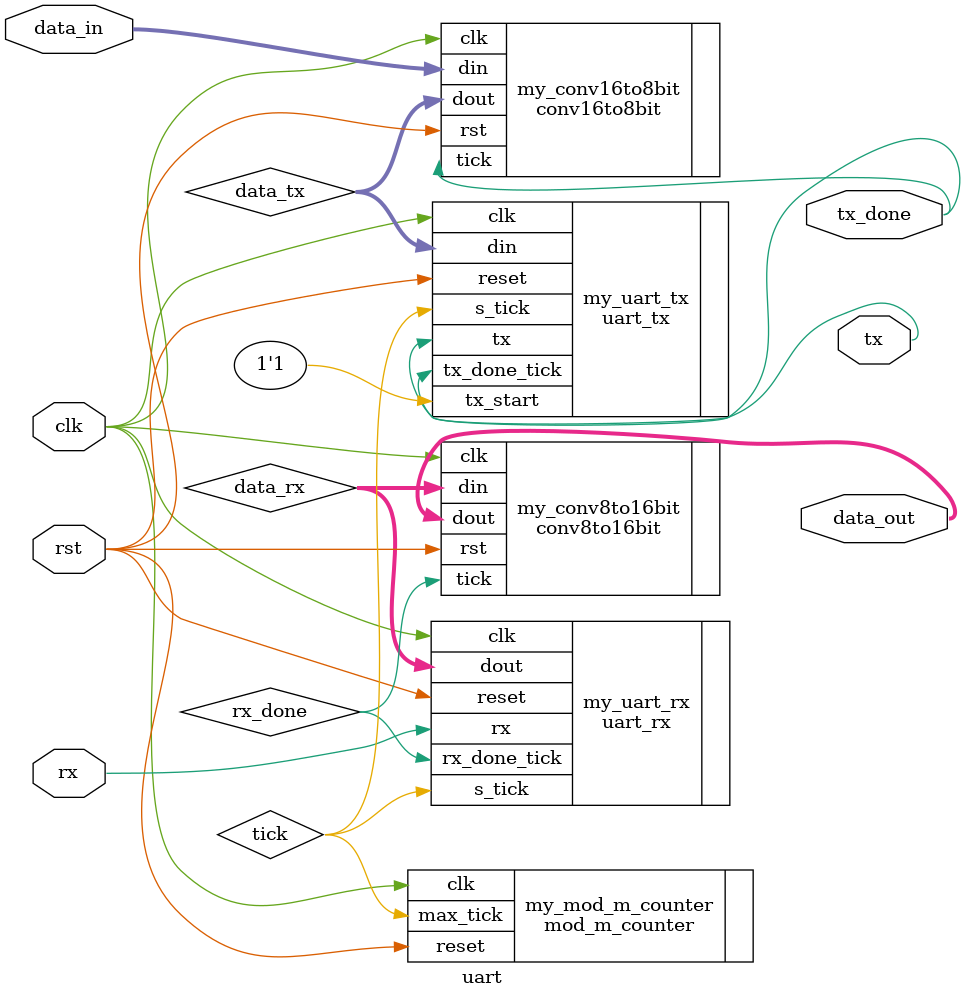
<source format=v>
`timescale 1ns / 1ps

module uart (
	input wire clk,
	input wire rst,
	input wire rx,
	output wire tx,
	output wire tx_done,
	input wire [15:0] data_in,
	output wire [15:0] data_out
);

wire tick;
wire rx_done;

mod_m_counter #(.N(6), .M(35)) // 9 i 326 teraz jest 115200
my_mod_m_counter(
	.clk(clk),
	.reset(rst),
	.max_tick(tick)
);

wire [7:0] data_rx, data_tx;
wire done_tick;

uart_rx my_uart_rx(
	.clk(clk),
	.reset(rst),
	.s_tick(tick),
	.dout(data_rx),
	.rx_done_tick(rx_done),
	.rx(rx)
);

uart_tx my_uart_tx(
	.clk(clk),
	.reset(rst),
	.s_tick(tick),
	.din(data_tx),
	.tx_start(1'b1),
	.tx_done_tick(tx_done),
	.tx(tx)
);

conv8to16bit my_conv8to16bit(
	.clk(clk),
	.rst(rst),
	.tick(rx_done),
	.din(data_rx),
	.dout(data_out)
);

conv16to8bit my_conv16to8bit(
	.clk(clk),
	.rst(rst),
	.tick(tx_done),
	.din(data_in),
	.dout(data_tx)
);

endmodule
</source>
